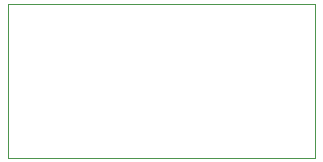
<source format=gbr>
G04 #@! TF.FileFunction,Profile,NP*
%FSLAX46Y46*%
G04 Gerber Fmt 4.6, Leading zero omitted, Abs format (unit mm)*
G04 Created by KiCad (PCBNEW 0.201502211246+5439~21~ubuntu14.04.1-product) date lör 21 feb 2015 23:28:31*
%MOMM*%
G01*
G04 APERTURE LIST*
%ADD10C,0.100000*%
G04 APERTURE END LIST*
D10*
X124250000Y-54000000D02*
X124250000Y-41000000D01*
X150250000Y-54000000D02*
X124250000Y-54000000D01*
X150250000Y-41000000D02*
X150250000Y-54000000D01*
X124250000Y-41000000D02*
X150250000Y-41000000D01*
M02*

</source>
